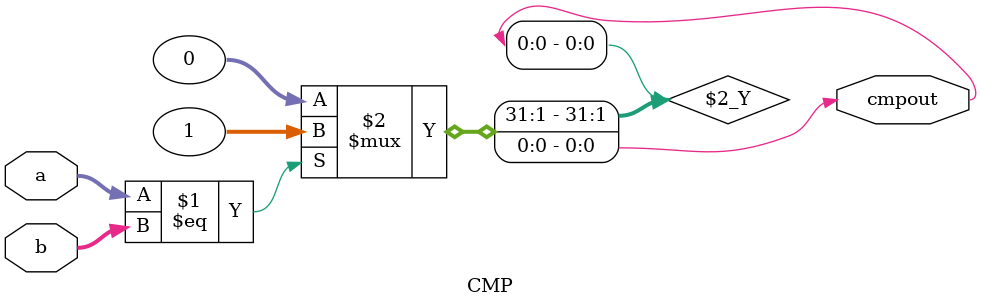
<source format=v>
`timescale 1ns / 1ps
module CMP(a,b,cmpout);
input [31:0] a,b;
output cmpout;

assign cmpout=(a==b)?1:0;


endmodule

</source>
